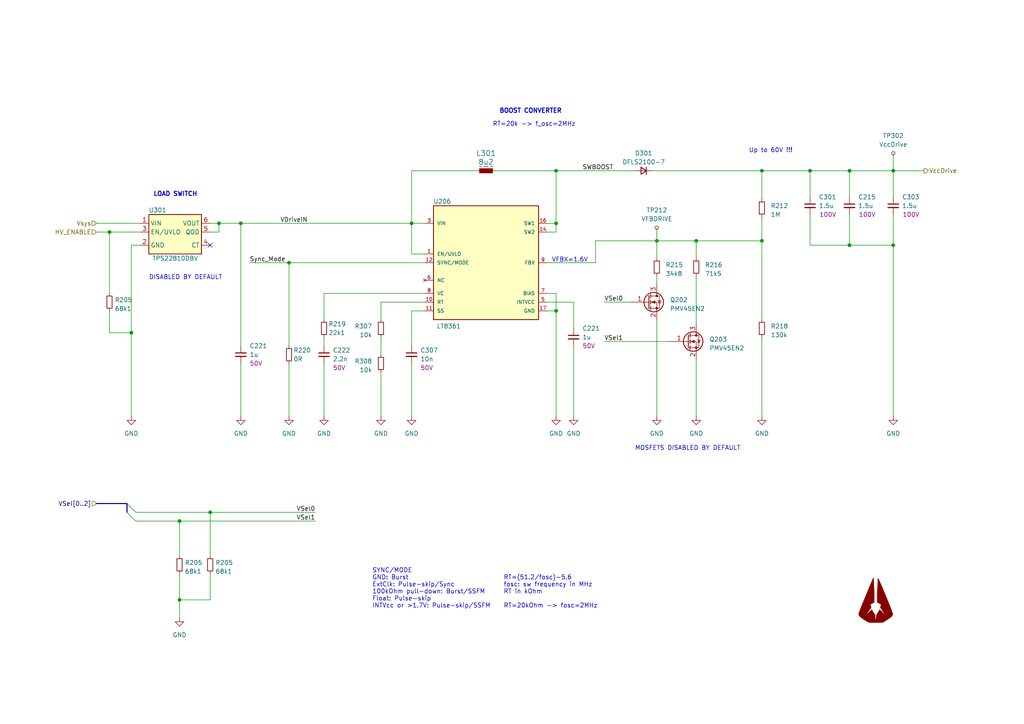
<source format=kicad_sch>
(kicad_sch (version 20230121) (generator eeschema)
  (paper "A4")
  (title_block (title "Velocity Sensor - Version 04") (date "2023-09-07") (rev "A") (company "Swiss Ocean Tech AG") (comment 1 "Designer: SNI, EVE"))
  (lib_symbols
    (symbol "Connector:TestPoint_Small" (pin_numbers hide) (pin_names (offset 0.762) hide)
      (property "Reference" "TP" (at 0 3.81 0))
      (property "Value" "TestPoint_Small" (at 0 2.032 0))
      (symbol "TestPoint_Small_0_1"
        (circle (center 0 0) (radius 0.508))
      )
      (symbol "TestPoint_Small_1_1"
        (pin passive line (at 0 0 90) (length 0) (name "1") (number "1"))
      )
    )
    (symbol "Device:C_Small" (pin_numbers hide) (pin_names (offset 0.254) hide)
      (property "Reference" "C" (at 0.254 1.778 0))
      (property "Value" "C_Small" (at 0.254 -2.032 0))
      (symbol "C_Small_0_1"
        (polyline (pts (xy -1.524 -0.508) (xy 1.524 -0.508)) (stroke (width 0.3302)))
        (polyline (pts (xy -1.524 0.508) (xy 1.524 0.508)) (stroke (width 0.3048)))
      )
      (symbol "C_Small_1_1"
        (pin passive line (at 0 2.54 270) (length 2.032) (name "~") (number "1"))
        (pin passive line (at 0 -2.54 90) (length 2.032) (name "~") (number "2"))
      )
    )
    (symbol "Device:D_Small" (pin_numbers hide) (pin_names (offset 0.254) hide)
      (property "Reference" "D" (at -1.27 2.032 0))
      (property "Value" "D_Small" (at -3.81 -2.032 0))
      (symbol "D_Small_0_1"
        (polyline (pts (xy -0.762 -1.016) (xy -0.762 1.016)) (stroke (width 0.254)))
        (polyline (pts (xy -0.762 0) (xy 0.762 0)))
        (polyline (pts (xy 0.762 -1.016) (xy -0.762 0) (xy 0.762 1.016) (xy 0.762 -1.016)) (stroke (width 0.254)))
      )
      (symbol "D_Small_1_1"
        (pin passive line (at -2.54 0 0) (length 1.778) (name "K") (number "1"))
        (pin passive line (at 2.54 0 180) (length 1.778) (name "A") (number "2"))
      )
    )
    (symbol "Device:R_Small" (pin_numbers hide) (pin_names (offset 0.254) hide)
      (property "Reference" "R" (at 0.762 0.508 0))
      (property "Value" "R_Small" (at 0.762 -1.016 0))
      (symbol "R_Small_0_1"
        (rectangle (start -0.762 1.778) (end 0.762 -1.778) (stroke (width 0.2032)))
      )
      (symbol "R_Small_1_1"
        (pin passive line (at 0 2.54 270) (length 0.762) (name "~") (number "1"))
        (pin passive line (at 0 -2.54 90) (length 0.762) (name "~") (number "2"))
      )
    )
    (symbol "SOC_Inductors:IHLP2525CZER8R2M01" (pin_numbers hide) (pin_names (offset 0.254))
      (property "Reference" "L" (at 0.127 2.794 0))
      (property "Value" "8u2" (at 0 -2.54 0))
      (symbol "IHLP2525CZER8R2M01_1_1"
        (rectangle (start -1.905 0.635) (end 1.905 -0.635) (fill (type outline)))
        (polyline (pts (xy -1.905 1.27) (xy -1.27 1.27)))
        (polyline (pts (xy -0.635 1.27) (xy 0.635 1.27)))
        (polyline (pts (xy 1.27 1.27) (xy 1.905 1.27)))
        (pin input line (at -2.54 0 0) (length 0.508) (name "~") (number "1"))
        (pin passive line (at 2.54 0 180) (length 0.508) (name "~") (number "2"))
      )
      (symbol "IHLP2525CZER8R2M01_1_2"
        (arc (start -1.27 5.08) (mid -2.5345 3.81) (end -1.27 2.54) (stroke (width 0.254)))
        (arc (start -1.27 7.62) (mid -2.5345 6.35) (end -1.27 5.08) (stroke (width 0.254)))
        (arc (start -1.27 10.16) (mid -2.5345 8.89) (end -1.27 7.62) (stroke (width 0.254)))
        (arc (start -1.27 12.7) (mid -2.5345 11.43) (end -1.27 10.16) (stroke (width 0.254)))
        (polyline (pts (xy 0 2.54) (xy -1.27 2.54)) (stroke (width 0.2032)))
        (polyline (pts (xy 0 5.08) (xy -1.27 5.08)) (stroke (width 0.2032)))
        (polyline (pts (xy 0 7.62) (xy -1.27 7.62)) (stroke (width 0.2032)))
        (polyline (pts (xy 0 10.16) (xy -1.27 10.16)) (stroke (width 0.2032)))
        (polyline (pts (xy 0 12.7) (xy -1.27 12.7)) (stroke (width 0.2032)))
        (pin unspecified line (at 0 15.24 270) (length 2.54) (name "1") (number "1"))
        (pin unspecified line (at 0 0 90) (length 2.54) (name "2") (number "2"))
      )
    )
    (symbol "SOC_Logo:LOGO_AGU" (pin_names (offset 1.016))
      (symbol "LOGO_AGU_0_0"
        (polyline (pts (xy 0.0878 -6.5817) (xy 2.0806 -6.5616) (xy 3.3428 -5.7571) (xy 3.7441 -5.4975) (xy 4.1782 -5.1993) (xy 4.4948 -4.9505) (xy 4.7116 -4.7326) (xy 4.8463 -4.5267) (xy 4.9169 -4.3143) (xy 4.9409 -4.0766) (xy 4.9154 -3.9495) (xy 4.8325 -3.6865) (xy 4.6982 -3.3067) (xy 4.5188 -2.8254) (xy 4.3007 -2.2577) (xy 4.05 -1.619) (xy 3.7733 -0.9245) (xy 3.4766 -0.1893) (xy 3.1665 0.5711) (xy 2.8491 1.3417) (xy 2.5308 2.1072) (xy 2.2179 2.8523) (xy 1.9167 3.5617) (xy 1.6335 4.2204) (xy 1.3746 4.8129) (xy 1.1463 5.3242) (xy 0.9549 5.7389) (xy 0.8068 6.0417) (xy 0.7083 6.2176) (xy 0.6655 6.2512) (xy 0.6594 6.2245) (xy 0.6355 6.0296) (xy 0.609 5.6969) (xy 0.5808 5.2509) (xy 0.552 4.7161) (xy 0.5238 4.117) (xy 0.497 3.4782) (xy 0.4728 2.8243) (xy 0.4522 2.1797) (xy 0.4363 1.569) (xy 0.4261 1.0167) (xy 0.4226 0.5474) (xy 0.4233 -0.7256) (xy 0.9737 -0.997) (xy 1.0044 -1.0123) (xy 1.2673 -1.1558) (xy 1.4534 -1.2798) (xy 1.524 -1.3587) (xy 1.52 -1.3999) (xy 1.486 -1.5814) (xy 1.4284 -1.8285) (xy 1.3328 -2.2081) (xy 2.069 -3.3265) (xy 2.8051 -4.445) (xy 1.9857 -3.6149) (xy 1.8886 -3.5169) (xy 1.6022 -3.2321) (xy 1.368 -3.0054) (xy 1.2078 -2.8578) (xy 1.1438 -2.8106) (xy 1.1291 -2.8341) (xy 1.0553 -2.9712) (xy 0.9465 -3.1834) (xy 0.8709 -3.3218) (xy 0.6802 -3.628) (xy 0.4746 -3.9194) (xy 0.4606 -3.9379) (xy 0.328 -4.1239) (xy 0.241 -4.2924) (xy 0.1861 -4.4902) (xy 0.1499 -4.7638) (xy 0.1191 -5.1598) (xy 0.0991 -5.4109) (xy 0.0656 -5.7207) (xy 0.0311 -5.9327) (xy 0.0006 -6.0113) (xy -0.0192 -5.9745) (xy -0.0524 -5.8018) (xy -0.0859 -5.52) (xy -0.1147 -5.1648) (xy -0.1178 -5.1177) (xy -0.1471 -4.7382) (xy -0.1835 -4.476) (xy -0.2406 -4.2844) (xy -0.3319 -4.1161) (xy -0.4709 -3.9244) (xy -0.5847 -3.7681) (xy -0.7898 -3.4569) (xy -0.9465 -3.1834) (xy -1 -3.0781) (xy -1.0944 -2.8962) (xy -1.1401 -2.8143) (xy -1.1482 -2.8175) (xy -1.244 -2.8995) (xy -1.4299 -3.0744) (xy -1.6837 -3.3211) (xy -1.9833 -3.6186) (xy -2.8079 -4.445) (xy -2.0704 -3.3265) (xy -1.3329 -2.2081) (xy -1.4284 -1.8285) (xy -1.4555 -1.7172) (xy -1.5046 -1.4903) (xy -1.524 -1.3587) (xy -1.5232 -1.3532) (xy -1.4385 -1.2683) (xy -1.2425 -1.1411) (xy -0.9737 -0.997) (xy -0.4233 -0.7256) (xy -0.422 0.5474) (xy -0.4224 0.7045) (xy -0.4282 1.1676) (xy -0.4401 1.708) (xy -0.457 2.3034) (xy -0.478 2.9313) (xy -0.5022 3.5693) (xy -0.5285 4.195) (xy -0.556 4.7859) (xy -0.5837 5.3197) (xy -0.6106 5.7739) (xy -0.6359 6.1261) (xy -0.6584 6.3538) (xy -0.6772 6.4347) (xy -0.6851 6.4237) (xy -0.748 6.2919) (xy -0.8679 6.0213) (xy -1.0392 5.6251) (xy -1.2564 5.1162) (xy -1.5139 4.5075) (xy -1.8064 3.8121) (xy -2.1282 3.043) (xy -2.4739 2.213) (xy -2.838 1.3353) (xy -3.0126 0.9132) (xy -3.4507 -0.1505) (xy -3.8259 -1.0691) (xy -4.1412 -1.8502) (xy -4.3995 -2.5015) (xy -4.6039 -3.0306) (xy -4.7572 -3.4451) (xy -4.8625 -3.7527) (xy -4.9228 -3.9611) (xy -4.9409 -4.0779) (xy -4.9399 -4.1077) (xy -4.9062 -4.3573) (xy -4.8153 -4.583) (xy -4.6487 -4.8055) (xy -4.3879 -5.0452) (xy -4.0142 -5.3226) (xy -3.5091 -5.6582) (xy -3.3266 -5.7751) (xy -2.9347 -6.0221) (xy -2.588 -6.2356) (xy -2.3187 -6.3957) (xy -2.159 -6.4828) (xy -2.1376 -6.4921) (xy -2.0042 -6.5296) (xy -1.8028 -6.5568) (xy -1.5131 -6.5748) (xy -1.115 -6.5843) (xy -0.5881 -6.5863) (xy 0.0878 -6.5817)) (stroke (width 0.01)) (fill (type outline)))
      )
    )
    (symbol "SOC_Misc:PMV45EN2" (pin_names (offset 0) hide)
      (property "Reference" "Q" (at 5.08 1.905 0))
      (property "Value" "PMV45EN2" (at 5.08 0 0))
      (symbol "PMV45EN2_0_1"
        (polyline (pts (xy 0.762 -1.778) (xy 2.54 -1.778)))
        (polyline (pts (xy 0.762 -1.27) (xy 0.762 -2.286)) (stroke (width 0.254)))
        (polyline (pts (xy 0.762 0) (xy 2.54 0)))
        (polyline (pts (xy 0.762 0.508) (xy 0.762 -0.508)) (stroke (width 0.254)))
        (polyline (pts (xy 0.762 1.778) (xy 2.54 1.778)))
        (polyline (pts (xy 0.762 2.286) (xy 0.762 1.27)) (stroke (width 0.254)))
        (polyline (pts (xy 2.54 -1.778) (xy 2.54 -2.54)))
        (polyline (pts (xy 2.54 -1.778) (xy 2.54 0)))
        (polyline (pts (xy 2.54 2.54) (xy 2.54 1.778)))
        (polyline (pts (xy 0.254 1.905) (xy 0.254 -1.905) (xy 0.254 -1.905)) (stroke (width 0.254)))
        (polyline (pts (xy 1.016 0) (xy 2.032 0.381) (xy 2.032 -0.381) (xy 1.016 0)) (fill (type outline)))
        (polyline (pts (xy 2.54 -1.778) (xy 3.302 -1.778) (xy 3.302 1.778) (xy 2.54 1.778)))
        (polyline (pts (xy 2.794 0.508) (xy 2.921 0.381) (xy 3.683 0.381) (xy 3.81 0.254)))
        (polyline (pts (xy 3.302 0.381) (xy 2.921 -0.254) (xy 3.683 -0.254) (xy 3.302 0.381)))
        (circle (center 1.651 0) (radius 2.8194) (stroke (width 0.254)))
        (circle (center 2.54 -1.778) (radius 0.2794) (fill (type outline)))
        (circle (center 2.54 1.778) (radius 0.2794) (fill (type outline)))
      )
      (symbol "PMV45EN2_1_1"
        (pin input line (at -5.08 0 0) (length 5.334) (name "G") (number "1"))
        (pin passive line (at 2.54 -5.08 90) (length 2.54) (name "S") (number "2"))
        (pin passive line (at 2.54 5.08 270) (length 2.54) (name "D") (number "3"))
      )
    )
    (symbol "SOC_Power:LT8361" (pin_names (offset 1.016))
      (property "Reference" "U" (at -15.2478 17.1544 0))
      (property "Value" "LT8361" (at -15.24 -19.05 0))
      (symbol "LT8361_1_0"
        (rectangle (start -15.24 16.51) (end 15.24 -16.51) (stroke (width 0.254)) (fill (type background)))
        (pin input line (at -17.78 2.54 0) (length 2.54) (name "EN/UVLO") (number "1"))
        (pin passive line (at -17.78 -11.43 0) (length 2.54) (name "RT") (number "10"))
        (pin passive line (at -17.78 -13.97 0) (length 2.54) (name "SS") (number "11"))
        (pin input line (at -17.78 0 0) (length 2.54) (name "SYNC/MODE") (number "12"))
        (pin output line (at 17.78 8.89 180) (length 2.54) (name "SW2") (number "14"))
        (pin output line (at 17.78 11.43 180) (length 2.54) (name "SW1") (number "16"))
        (pin power_in line (at 17.78 -13.97 180) (length 2.54) (name "GND") (number "17"))
        (pin input line (at -17.78 11.43 0) (length 2.54) (name "VIN") (number "3"))
        (pin passive line (at 17.78 -11.43 180) (length 2.54) (name "INTVCC") (number "5"))
        (pin input line (at 17.78 -8.89 180) (length 2.54) (name "BIAS") (number "7"))
        (pin passive line (at -17.78 -8.89 0) (length 2.54) (name "VC") (number "8"))
        (pin input line (at 17.78 0 180) (length 2.54) (name "FBX") (number "9"))
      )
      (symbol "LT8361_1_1"
        (pin no_connect line (at -17.78 -5.08 0) (length 2.54) (name "NC") (number "6"))
      )
    )
    (symbol "SOC_Power:TPS22810DBV"
      (property "Reference" "U" (at -6.35 6.35 0))
      (property "Value" "TPS22810DBV" (at -1.27 -7.62 0))
      (symbol "TPS22810DBV_1_1"
        (rectangle (start -7.62 5.08) (end 7.62 -6.35) (stroke (width 0.254)) (fill (type background)))
        (pin power_in line (at -10.16 2.54 0) (length 2.54) (name "VIN") (number "1"))
        (pin power_in line (at -10.16 -3.81 0) (length 2.54) (name "GND") (number "2"))
        (pin input line (at -10.16 0 0) (length 2.54) (name "EN/UVLO") (number "3"))
        (pin output line (at 10.16 -3.81 180) (length 2.54) (name "CT") (number "4"))
        (pin open_collector line (at 10.16 0 180) (length 2.54) (name "QOD") (number "5"))
        (pin power_out line (at 10.16 2.54 180) (length 2.54) (name "VOUT") (number "6"))
      )
    )
    (symbol "power:GND" (power) (pin_names (offset 0))
      (property "Value" "GND" (at 0 -3.81 0))
      (symbol "GND_0_1"
        (polyline (pts (xy 0 0) (xy 0 -1.27) (xy 1.27 -1.27) (xy 0 -2.54) (xy -1.27 -1.27) (xy 0 -1.27)))
      )
      (symbol "GND_1_1"
        (pin power_in line (at 0 0 270) (length 0) hide (name "GND") (number "1"))
      )
    )
  )
  (junction (at 259.08 71.12))
  (junction (at 38.1 96.52))
  (junction (at 52.07 151.13))
  (junction (at 69.85 64.77))
  (junction (at 161.29 64.77))
  (junction (at 31.75 67.31))
  (junction (at 119.38 64.77))
  (junction (at 220.98 69.85))
  (junction (at 246.38 49.53))
  (junction (at 63.5 64.77))
  (junction (at 161.29 49.53))
  (junction (at 161.29 90.17))
  (junction (at 190.5 69.85))
  (junction (at 220.98 49.53))
  (junction (at 52.07 173.99))
  (junction (at 201.93 69.85))
  (junction (at 259.08 49.53))
  (junction (at 234.95 49.53))
  (junction (at 83.82 76.2))
  (junction (at 60.96 148.59))
  (junction (at 246.38 71.12))
  (no_connect (at 60.96 71.12))
  (bus_entry (at 36.83 146.05) (size 2.54 2.54))
  (bus_entry (at 36.83 148.59) (size 2.54 2.54))
  (wire (pts (xy 161.29 49.53) (xy 184.15 49.53)))
  (bus (pts (xy 27.94 146.05) (xy 36.83 146.05)))
  (wire (pts (xy 166.37 87.63) (xy 166.37 95.25)))
  (wire (pts (xy 31.75 67.31) (xy 31.75 85.09)))
  (wire (pts (xy 158.75 76.2) (xy 172.72 76.2)))
  (wire (pts (xy 39.37 151.13) (xy 52.07 151.13)))
  (wire (pts (xy 119.38 90.17) (xy 123.19 90.17)))
  (wire (pts (xy 190.5 92.71) (xy 190.5 120.65)))
  (wire (pts (xy 69.85 64.77) (xy 119.38 64.77)))
  (wire (pts (xy 161.29 85.09) (xy 161.29 90.17)))
  (wire (pts (xy 119.38 64.77) (xy 123.19 64.77)))
  (bus (pts (xy 36.83 146.05) (xy 36.83 148.59)))
  (wire (pts (xy 259.08 71.12) (xy 259.08 62.23)))
  (wire (pts (xy 161.29 49.53) (xy 161.29 64.77)))
  (wire (pts (xy 161.29 64.77) (xy 161.29 67.31)))
  (wire (pts (xy 119.38 105.41) (xy 119.38 120.65)))
  (wire (pts (xy 119.38 49.53) (xy 138.43 49.53)))
  (wire (pts (xy 190.5 69.85) (xy 190.5 66.04)))
  (wire (pts (xy 110.49 107.95) (xy 110.49 120.65)))
  (wire (pts (xy 234.95 71.12) (xy 234.95 62.23)))
  (wire (pts (xy 234.95 71.12) (xy 246.38 71.12)))
  (wire (pts (xy 39.37 148.59) (xy 60.96 148.59)))
  (wire (pts (xy 119.38 73.66) (xy 119.38 64.77)))
  (wire (pts (xy 52.07 151.13) (xy 91.44 151.13)))
  (wire (pts (xy 93.98 92.71) (xy 93.98 85.09)))
  (wire (pts (xy 190.5 80.01) (xy 190.5 82.55)))
  (wire (pts (xy 246.38 49.53) (xy 246.38 57.15)))
  (wire (pts (xy 27.94 64.77) (xy 40.64 64.77)))
  (wire (pts (xy 161.29 90.17) (xy 161.29 120.65)))
  (wire (pts (xy 60.96 148.59) (xy 60.96 161.29)))
  (wire (pts (xy 220.98 49.53) (xy 234.95 49.53)))
  (wire (pts (xy 189.23 49.53) (xy 220.98 49.53)))
  (wire (pts (xy 52.07 151.13) (xy 52.07 161.29)))
  (wire (pts (xy 72.39 76.2) (xy 83.82 76.2)))
  (wire (pts (xy 172.72 76.2) (xy 172.72 69.85)))
  (wire (pts (xy 83.82 76.2) (xy 83.82 100.33)))
  (wire (pts (xy 220.98 92.71) (xy 220.98 69.85)))
  (wire (pts (xy 175.26 87.63) (xy 182.88 87.63)))
  (wire (pts (xy 69.85 105.41) (xy 69.85 120.65)))
  (wire (pts (xy 220.98 62.865) (xy 220.98 69.85)))
  (wire (pts (xy 93.98 85.09) (xy 123.19 85.09)))
  (wire (pts (xy 60.96 166.37) (xy 60.96 173.99)))
  (wire (pts (xy 201.93 69.85) (xy 220.98 69.85)))
  (wire (pts (xy 201.93 104.14) (xy 201.93 120.65)))
  (wire (pts (xy 259.08 49.53) (xy 259.08 57.15)))
  (wire (pts (xy 93.98 105.41) (xy 93.98 120.65)))
  (wire (pts (xy 27.94 67.31) (xy 31.75 67.31)))
  (wire (pts (xy 69.85 64.77) (xy 69.85 100.33)))
  (wire (pts (xy 31.75 90.17) (xy 31.75 96.52)))
  (wire (pts (xy 190.5 69.85) (xy 201.93 69.85)))
  (wire (pts (xy 110.49 97.79) (xy 110.49 102.87)))
  (wire (pts (xy 234.95 49.53) (xy 234.95 57.15)))
  (wire (pts (xy 93.98 97.79) (xy 93.98 100.33)))
  (wire (pts (xy 166.37 100.33) (xy 166.37 120.65)))
  (wire (pts (xy 52.07 166.37) (xy 52.07 173.99)))
  (wire (pts (xy 83.82 76.2) (xy 123.19 76.2)))
  (wire (pts (xy 60.96 67.31) (xy 63.5 67.31)))
  (wire (pts (xy 60.96 148.59) (xy 91.44 148.59)))
  (wire (pts (xy 158.75 90.17) (xy 161.29 90.17)))
  (wire (pts (xy 63.5 64.77) (xy 60.96 64.77)))
  (wire (pts (xy 201.93 80.01) (xy 201.93 93.98)))
  (wire (pts (xy 172.72 69.85) (xy 190.5 69.85)))
  (wire (pts (xy 63.5 67.31) (xy 63.5 64.77)))
  (wire (pts (xy 110.49 87.63) (xy 123.19 87.63)))
  (wire (pts (xy 143.51 49.53) (xy 161.29 49.53)))
  (wire (pts (xy 110.49 87.63) (xy 110.49 92.71)))
  (wire (pts (xy 119.38 73.66) (xy 123.19 73.66)))
  (wire (pts (xy 246.38 49.53) (xy 259.08 49.53)))
  (wire (pts (xy 38.1 96.52) (xy 38.1 120.65)))
  (wire (pts (xy 158.75 64.77) (xy 161.29 64.77)))
  (wire (pts (xy 119.38 49.53) (xy 119.38 64.77)))
  (wire (pts (xy 31.75 96.52) (xy 38.1 96.52)))
  (wire (pts (xy 259.08 44.45) (xy 259.08 49.53)))
  (wire (pts (xy 259.08 71.12) (xy 259.08 120.65)))
  (wire (pts (xy 38.1 71.12) (xy 38.1 96.52)))
  (wire (pts (xy 190.5 69.85) (xy 190.5 74.93)))
  (wire (pts (xy 201.93 69.85) (xy 201.93 74.93)))
  (wire (pts (xy 52.07 173.99) (xy 52.07 179.07)))
  (wire (pts (xy 166.37 87.63) (xy 158.75 87.63)))
  (wire (pts (xy 175.26 99.06) (xy 194.31 99.06)))
  (wire (pts (xy 63.5 64.77) (xy 69.85 64.77)))
  (wire (pts (xy 52.07 173.99) (xy 60.96 173.99)))
  (wire (pts (xy 246.38 62.23) (xy 246.38 71.12)))
  (wire (pts (xy 259.08 49.53) (xy 267.97 49.53)))
  (wire (pts (xy 158.75 67.31) (xy 161.29 67.31)))
  (wire (pts (xy 31.75 67.31) (xy 40.64 67.31)))
  (wire (pts (xy 246.38 71.12) (xy 259.08 71.12)))
  (wire (pts (xy 220.98 49.53) (xy 220.98 57.785)))
  (wire (pts (xy 220.98 120.65) (xy 220.98 97.79)))
  (wire (pts (xy 119.38 100.33) (xy 119.38 90.17)))
  (wire (pts (xy 234.95 49.53) (xy 246.38 49.53)))
  (wire (pts (xy 158.75 85.09) (xy 161.29 85.09)))
  (wire (pts (xy 83.82 105.41) (xy 83.82 120.65)))
  (wire (pts (xy 38.1 71.12) (xy 40.64 71.12)))
  (text "RT=(51.2/fosc)-5.6\nfosc: sw frequency in MHz\nRT in kOhm\n\nRT=20kOhm -> fosc=2MHz" (at 146.05 176.53 0) (effects (font (size 1.27 1.27)) (justify left bottom)))
  (text "LOAD SWITCH" (at 44.45 57.15 0) (effects (font (size 1.27 1.27) (thickness 0.254) bold) (justify left bottom)))
  (text "DISABLED BY DEFAULT" (at 43.18 81.28 0) (effects (font (size 1.27 1.27)) (justify left bottom)))
  (text "Up to 60V !!!" (at 217.17 44.45 0) (effects (font (size 1.27 1.27)) (justify left bottom)))
  (text "SYNC/MODE\nGND: Burst\nExtClk: Pulse-skip/Sync\n100kOhm pull-down: Burst/SSFM\nFloat: Pulse-skip\nINTVcc or >1.7V: Pulse-skip/SSFM" (at 107.95 176.53 0) (effects (font (size 1.27 1.27)) (justify left bottom)))
  (text "MOSFETS DISABLED BY DEFAULT" (at 184.15 130.81 0) (effects (font (size 1.27 1.27)) (justify left bottom)))
  (text "RT=20k -> f_osc=2MHz\n" (at 142.875 36.83 0) (effects (font (size 1.27 1.27)) (justify left bottom)))
  (text "BOOST CONVERTER" (at 144.78 33.02 0) (effects (font (size 1.27 1.27) (thickness 0.254) bold) (justify left bottom)))
  (text "VFBX=1.6V" (at 160.02 76.2 0) (effects (font (size 1.27 1.27)) (justify left bottom)))
  (label "VDriveIN" (at 81.28 64.77 0))
  (label "VSel1" (at 175.26 99.06 0))
  (label "SWBOOST" (at 168.91 49.53 0))
  (label "VSel1" (at 91.44 151.13 180))
  (label "VSel0" (at 91.44 148.59 180))
  (label "VSel0" (at 175.26 87.63 0))
  (label "Sync_Mode" (at 72.39 76.2 0))
  (hierarchical_label "VccDrive" (shape output) (at 267.97 49.53 0))
  (hierarchical_label "HV_ENABLE" (shape input) (at 27.94 67.31 180))
  (hierarchical_label "Vsys" (shape input) (at 27.94 64.77 180))
  (hierarchical_label "VSel[0..2]" (shape input) (at 27.94 146.05 180))
  (symbol (lib_id "Device:R_Small") (at 93.98 95.25 0) (unit 1)
    (property "Reference" "R219" (at 95.25 93.98 0) (effects (justify left)))
    (property "Value" "22k1" (at 95.25 96.52 0) (effects (justify left)))
    (property "Footprint" "Resistor_SMD:R_0402_1005Metric" (effects hide))
    (property "MPN" "RC0402FR-0722K1L" (effects hide))
    (property "Digikey_PN" "311-22.1KLRCT-ND" (effects hide))
    (instances (project "poc_vsensor_v3_main" (path "" (reference "R219") (unit 1))) (project "pp1_vsensor_v4" (path "" (reference "R305") (unit 1))) (project "poc_vsensor_v3_interface" (path "" (reference "R807") (unit 1))))
  )
  (symbol (lib_id "power:GND") (at 38.1 120.65 0) (unit 1)
    (property "Reference" "#PWR0233" (effects hide))
    (property "Value" "GND" (at 38.1 125.73 0))
    (instances (project "poc_vsensor_v3_main" (path "" (reference "#PWR0233") (unit 1))) (project "pp1_vsensor_v4" (path "" (reference "#PWR0303") (unit 1))) (project "poc_vsensor_v3_interface" (path "" (reference "#PWR0803") (unit 1))))
  )
  (symbol (lib_id "power:GND") (at 166.37 120.65 0) (unit 1)
    (property "Reference" "#PWR0245" (effects hide))
    (property "Value" "GND" (at 166.37 125.73 0))
    (instances (project "poc_vsensor_v3_main" (path "" (reference "#PWR0245") (unit 1))) (project "pp1_vsensor_v4" (path "" (reference "#PWR0311") (unit 1))) (project "poc_vsensor_v3_interface" (path "" (reference "#PWR0811") (unit 1))))
  )
  (symbol (lib_id "SOC_Logo:LOGO_AGU") (at 254 173.99 0) (unit 1) (in_bom no)
    (property "Reference" "Logo301" (effects hide))
    (property "Value" "LOGO_AGU" (effects hide))
    (property "Footprint" "SOC_Logo:AGU_15mm" (effects hide))
  )
  (symbol (lib_id "power:GND") (at 190.5 120.65 0) (unit 1)
    (property "Reference" "#PWR0246" (effects hide))
    (property "Value" "GND" (at 190.5 125.73 0))
    (instances (project "poc_vsensor_v3_main" (path "" (reference "#PWR0246") (unit 1))) (project "pp1_vsensor_v4" (path "" (reference "#PWR0312") (unit 1))) (project "poc_vsensor_v3_interface" (path "" (reference "#PWR0812") (unit 1))))
  )
  (symbol (lib_id "SOC_Power:LT8361") (at 140.97 76.2 0) (unit 1)
    (property "Reference" "U206" (at 128.27 58.42 0))
    (property "Value" "LT8361" (at 130.175 94.615 0))
    (property "Footprint" "SOC_SMD:SOP50P490X110-17N" (effects hide))
    (property "Datasheet" "https://www.analog.com/media/en/technical-documentation/data-sheets/lt8361.pdf" (effects hide))
    (property "MANUFACTURER" "ANALOG DEVICES" (effects hide))
    (property "MPN" "LT8361HMSE#PBF" (effects hide))
    (property "Digikey_PN" "505-LT8361HMSE#PBF-ND" (effects hide))
    (instances (project "poc_vsensor_v3_main" (path "" (reference "U206") (unit 1))) (project "pp1_vsensor_v4" (path "" (reference "U302") (unit 1))) (project "poc_vsensor_v3_interface" (path "" (reference "U802") (unit 1))))
  )
  (symbol (lib_id "power:GND") (at 161.29 120.65 0) (unit 1)
    (property "Reference" "#PWR0244" (effects hide))
    (property "Value" "GND" (at 161.29 125.73 0))
    (instances (project "poc_vsensor_v3_main" (path "" (reference "#PWR0244") (unit 1))) (project "pp1_vsensor_v4" (path "" (reference "#PWR0310") (unit 1))) (project "poc_vsensor_v3_interface" (path "" (reference "#PWR0810") (unit 1))))
  )
  (symbol (lib_id "Device:R_Small") (at 220.98 95.25 0) (unit 1)
    (property "Reference" "R218" (at 223.52 94.615 0) (effects (justify left)))
    (property "Value" "130k" (at 223.52 97.155 0) (effects (justify left)))
    (property "Footprint" "Resistor_SMD:R_0402_1005Metric" (effects hide))
    (property "Datasheet" "https://www.yageo.com/upload/media/product/products/datasheet/rchip/PYu-RC_Group_51_RoHS_L_12.pdf" (effects hide))
    (property "MPN" "RC0402FR-07130KL" (effects hide))
    (property "Digikey_PN" "YAG2969CT-ND" (effects hide))
    (instances (project "poc_vsensor_v3_main" (path "" (reference "R218") (unit 1))) (project "pp1_vsensor_v4" (path "" (reference "R304") (unit 1))) (project "poc_vsensor_v3_interface" (path "" (reference "R806") (unit 1))))
  )
  (symbol (lib_id "Device:R_Small") (at 220.98 60.325 0) (unit 1)
    (property "Reference" "R212" (at 223.52 59.69 0) (effects (justify left)))
    (property "Value" "1M" (at 223.52 62.23 0) (effects (justify left)))
    (property "Footprint" "Resistor_SMD:R_0402_1005Metric" (effects hide))
    (property "Datasheet" "https://www.te.com/usa-en/product-6-2176337-1.datasheet.pdf" (effects hide))
    (property "MPN" "CRGCQ0402F1M0" (effects hide))
    (property "Digikey_PN" "A129663CT-ND" (effects hide))
    (instances (project "poc_vsensor_v3_main" (path "" (reference "R212") (unit 1))) (project "pp1_vsensor_v4" (path "" (reference "R301") (unit 1))) (project "poc_vsensor_v3_interface" (path "" (reference "R801") (unit 1))))
  )
  (symbol (lib_id "SOC_Misc:PMV45EN2") (at 199.39 99.06 0) (unit 1)
    (property "Reference" "Q203" (at 205.74 98.425 0) (effects (justify left)))
    (property "Value" "PMV45EN2" (at 205.74 100.965 0) (effects (justify left)))
    (property "Footprint" "Package_TO_SOT_SMD:SOT-23" (effects hide))
    (property "Datasheet" "https://assets.nexperia.com/documents/data-sheet/PMV45EN2.pdf" (effects hide))
    (property "MPN" "PMV45EN2R" (effects hide))
    (property "Mouser_PN" "771-PMV45EN2R" (effects hide))
    (property "Digikey_PN" "1727-2307-1-ND" (effects hide))
    (instances (project "poc_vsensor_v3_main" (path "" (reference "Q203") (unit 1))) (project "pp1_vsensor_v4" (path "" (reference "Q302") (unit 1))) (project "poc_vsensor_v3_interface" (path "" (reference "Q802") (unit 1))))
  )
  (symbol (lib_id "Device:C_Small") (at 234.95 59.69 0) (unit 1)
    (property "Reference" "C301" (at 237.49 57.15 0) (effects (justify left)))
    (property "Value" "1.5u" (at 237.49 59.69 0) (effects (justify left)))
    (property "Footprint" "Capacitor_SMD:C_1206_3216Metric" (effects hide))
    (property "MPN" "C3216X7S2A155K160AB" (effects hide))
    (property "Mouser_PN" "810-C3216X7S2A155K1B" (effects hide))
    (property "Voltage" "100V" (at 242.57 62.23 0) (effects (justify right)))
    (property "Class" "X7S" (effects hide))
    (property "Description" "1.5uF 1206 100V" (effects hide))
    (property "Digikey_PN" "445-14816-1-ND" (effects hide))
  )
  (symbol (lib_id "power:GND") (at 259.08 120.65 0) (unit 1)
    (property "Reference" "#PWR0238" (effects hide))
    (property "Value" "GND" (at 259.08 125.73 0))
    (instances (project "poc_vsensor_v3_main" (path "" (reference "#PWR0238") (unit 1))) (project "pp1_vsensor_v4" (path "" (reference "#PWR0304") (unit 1))) (project "poc_vsensor_v3_interface" (path "" (reference "#PWR0804") (unit 1))))
  )
  (symbol (lib_id "power:GND") (at 201.93 120.65 0) (unit 1)
    (property "Reference" "#PWR0247" (effects hide))
    (property "Value" "GND" (at 201.93 125.73 0))
    (instances (project "poc_vsensor_v3_main" (path "" (reference "#PWR0247") (unit 1))) (project "pp1_vsensor_v4" (path "" (reference "#PWR0313") (unit 1))) (project "poc_vsensor_v3_interface" (path "" (reference "#PWR0813") (unit 1))))
  )
  (symbol (lib_id "Device:R_Small") (at 110.49 105.41 0) (mirror x) (unit 1)
    (property "Reference" "R308" (at 107.95 104.775 0) (effects (justify right)))
    (property "Value" "10k" (at 107.95 107.315 0) (effects (justify right)))
    (property "Footprint" "Resistor_SMD:R_0402_1005Metric" (effects hide))
    (property "Datasheet" "https://mm.digikey.com/Volume0/opasdata/d220001/medias/docus/39/RC_Series_ds.pdf" (effects hide))
    (property "MPN" "RC1005F103CS" (effects hide))
    (property "Description" "RES SMD 10K OHM 1% 1/16W 0402" (effects hide))
    (property "Digikey_PN" "1276-3431-1-ND" (effects hide))
  )
  (symbol (lib_id "Device:C_Small") (at 246.38 59.69 0) (unit 1)
    (property "Reference" "C215" (at 248.92 57.15 0) (effects (justify left)))
    (property "Value" "1.5u" (at 248.92 59.69 0) (effects (justify left)))
    (property "Footprint" "Capacitor_SMD:C_1206_3216Metric" (effects hide))
    (property "MPN" "C3216X7S2A155K160AB" (effects hide))
    (property "Mouser_PN" "810-C3216X7S2A155K1B" (effects hide))
    (property "Voltage" "100V" (at 254 62.23 0) (effects (justify right)))
    (property "Class" "X7S" (effects hide))
    (property "Description" "1.5uF 1206 100V" (effects hide))
    (property "Digikey_PN" "445-14816-1-ND" (effects hide))
    (instances (project "poc_vsensor_v3_main" (path "" (reference "C215") (unit 1))) (project "pp1_vsensor_v4" (path "" (reference "C302") (unit 1))) (project "poc_vsensor_v3_interface" (path "" (reference "C802") (unit 1))))
  )
  (symbol (lib_id "Device:C_Small") (at 166.37 97.79 0) (unit 1)
    (property "Reference" "C221" (at 168.91 95.25 0) (effects (justify left)))
    (property "Value" "1u" (at 168.91 97.79 0) (effects (justify left)))
    (property "Footprint" "Capacitor_SMD:C_0402_1005Metric" (effects hide))
    (property "MPN" "UMK105CBJ105MV-F" (effects hide))
    (property "Description" "1uF 0402 50V" (effects hide))
    (property "CLASS" "X5R" (effects hide))
    (property "Voltage" "50V" (at 168.91 100.33 0) (effects (justify left)))
    (property "Digikey_PN" "587-6278-1-ND" (effects hide))
    (instances (project "poc_vsensor_v3_main" (path "" (reference "C221") (unit 1))) (project "pp1_vsensor_v4" (path "" (reference "C304") (unit 1))) (project "poc_vsensor_v3_interface" (path "" (reference "C805") (unit 1))))
  )
  (symbol (lib_id "Device:C_Small") (at 93.98 102.87 0) (unit 1)
    (property "Reference" "C222" (at 96.52 101.6 0) (effects (justify left)))
    (property "Value" "2.2n" (at 96.52 104.14 0) (effects (justify left)))
    (property "Footprint" "Capacitor_SMD:C_0402_1005Metric" (effects hide))
    (property "MPN" "C0402C222J5RAC7867" (effects hide))
    (property "Class" "X7R" (effects hide))
    (property "Description" "2.2nF 0402 50V" (effects hide))
    (property "Voltage" "50V" (at 96.52 106.68 0) (effects (justify left)))
    (property "Digikey_PN" "399-C0402C222J5RAC7867CT-ND" (effects hide))
    (instances (project "poc_vsensor_v3_main" (path "" (reference "C222") (unit 1))) (project "pp1_vsensor_v4" (path "" (reference "C306") (unit 1))) (project "poc_vsensor_v3_interface" (path "" (reference "C806") (unit 1))))
  )
  (symbol (lib_id "power:GND") (at 93.98 120.65 0) (unit 1)
    (property "Reference" "#PWR0241" (effects hide))
    (property "Value" "GND" (at 93.98 125.73 0))
    (instances (project "poc_vsensor_v3_main" (path "" (reference "#PWR0241") (unit 1))) (project "pp1_vsensor_v4" (path "" (reference "#PWR0307") (unit 1))) (project "poc_vsensor_v3_interface" (path "" (reference "#PWR0807") (unit 1))))
  )
  (symbol (lib_id "Device:R_Small") (at 60.96 163.83 0) (unit 1)
    (property "Reference" "R205" (at 62.484 163.195 0) (effects (justify left)))
    (property "Value" "68k1" (at 62.484 165.735 0) (effects (justify left)))
    (property "Footprint" "Resistor_SMD:R_0402_1005Metric" (effects hide))
    (property "Datasheet" "https://www.yageo.com/upload/media/product/products/datasheet/rchip/PYu-RC_Group_51_RoHS_L_12.pdf" (effects hide))
    (property "MPN" "RC0402FR-0768K1L" (effects hide))
    (property "Digikey_PN" "YAG3213CT-ND" (effects hide))
    (instances (project "poc_vsensor_v3_main" (path "" (reference "R205") (unit 1))) (project "pp1_vsensor_v4" (path "" (reference "R310") (unit 1))) (project "poc_vsensor_v3_interface" (path "" (reference "R301") (unit 1))))
  )
  (symbol (lib_id "SOC_Misc:PMV45EN2") (at 187.96 87.63 0) (unit 1)
    (property "Reference" "Q202" (at 194.31 86.995 0) (effects (justify left)))
    (property "Value" "PMV45EN2" (at 194.31 89.535 0) (effects (justify left)))
    (property "Footprint" "Package_TO_SOT_SMD:SOT-23" (effects hide))
    (property "Datasheet" "https://assets.nexperia.com/documents/data-sheet/PMV45EN2.pdf" (effects hide))
    (property "MPN" "PMV45EN2R" (effects hide))
    (property "Mouser_PN" "771-PMV45EN2R" (effects hide))
    (property "Digikey_PN" "1727-2307-1-ND" (effects hide))
    (instances (project "poc_vsensor_v3_main" (path "" (reference "Q202") (unit 1))) (project "pp1_vsensor_v4" (path "" (reference "Q301") (unit 1))) (project "poc_vsensor_v3_interface" (path "" (reference "Q801") (unit 1))))
  )
  (symbol (lib_id "Device:R_Small") (at 110.49 95.25 0) (mirror x) (unit 1)
    (property "Reference" "R307" (at 107.95 94.615 0) (effects (justify right)))
    (property "Value" "10k" (at 107.95 97.155 0) (effects (justify right)))
    (property "Footprint" "Resistor_SMD:R_0402_1005Metric" (effects hide))
    (property "Datasheet" "https://mm.digikey.com/Volume0/opasdata/d220001/medias/docus/39/RC_Series_ds.pdf" (effects hide))
    (property "MPN" "RC1005F103CS" (effects hide))
    (property "Description" "RES SMD 10K OHM 1% 1/16W 0402" (effects hide))
    (property "Digikey_PN" "1276-3431-1-ND" (effects hide))
  )
  (symbol (lib_id "Device:C_Small") (at 259.08 59.69 0) (unit 1)
    (property "Reference" "C303" (at 261.62 57.15 0) (effects (justify left)))
    (property "Value" "1.5u" (at 261.62 59.69 0) (effects (justify left)))
    (property "Footprint" "Capacitor_SMD:C_1206_3216Metric" (effects hide))
    (property "MPN" "C3216X7S2A155K160AB" (effects hide))
    (property "Mouser_PN" "810-C3216X7S2A155K1B" (effects hide))
    (property "Voltage" "100V" (at 266.7 62.23 0) (effects (justify right)))
    (property "Class" "X7S" (effects hide))
    (property "Description" "1.5uF 1206 100V" (effects hide))
    (property "Digikey_PN" "445-14816-1-ND" (effects hide))
  )
  (symbol (lib_id "Device:R_Small") (at 83.82 102.87 0) (unit 1)
    (property "Reference" "R220" (at 85.09 101.6 0) (effects (justify left)))
    (property "Value" "0R" (at 85.09 104.14 0) (effects (justify left)))
    (property "Footprint" "Resistor_SMD:R_0402_1005Metric" (effects hide))
    (property "MPN" "RC0402JR-070RL" (effects hide))
    (property "Digikey_PN" "311-0.0JRCT-ND" (effects hide))
    (instances (project "poc_vsensor_v3_main" (path "" (reference "R220") (unit 1))) (project "pp1_vsensor_v4" (path "" (reference "R306") (unit 1))) (project "poc_vsensor_v3_interface" (path "" (reference "R808") (unit 1))))
  )
  (symbol (lib_id "Device:R_Small") (at 31.75 87.63 0) (unit 1)
    (property "Reference" "R205" (at 33.274 86.995 0) (effects (justify left)))
    (property "Value" "68k1" (at 33.274 89.535 0) (effects (justify left)))
    (property "Footprint" "Resistor_SMD:R_0402_1005Metric" (effects hide))
    (property "Datasheet" "https://www.yageo.com/upload/media/product/products/datasheet/rchip/PYu-RC_Group_51_RoHS_L_12.pdf" (effects hide))
    (property "MPN" "RC0402FR-0768K1L" (effects hide))
    (property "Digikey_PN" "YAG3213CT-ND" (effects hide))
    (instances (project "poc_vsensor_v3_main" (path "" (reference "R205") (unit 1))) (project "pp1_vsensor_v4" (path "" (reference "R311") (unit 1))) (project "poc_vsensor_v3_interface" (path "" (reference "R301") (unit 1))))
  )
  (symbol (lib_id "power:GND") (at 220.98 120.65 0) (unit 1)
    (property "Reference" "#PWR0249" (effects hide))
    (property "Value" "GND" (at 220.98 125.73 0))
    (instances (project "poc_vsensor_v3_main" (path "" (reference "#PWR0249") (unit 1))) (project "pp1_vsensor_v4" (path "" (reference "#PWR0314") (unit 1))) (project "poc_vsensor_v3_interface" (path "" (reference "#PWR0815") (unit 1))))
  )
  (symbol (lib_id "Connector:TestPoint_Small") (at 190.5 66.04 90) (unit 1) (in_bom no)
    (property "Reference" "TP212" (at 190.5 60.96 90))
    (property "Value" "VFBDRIVE" (at 190.5 63.5 90))
    (property "Footprint" "TestPoint:TestPoint_Pad_D1.0mm" (effects hide))
    (instances (project "poc_vsensor_v3_main" (path "" (reference "TP212") (unit 1))) (project "pp1_vsensor_v4" (path "" (reference "TP301") (unit 1))) (project "poc_vsensor_v3_interface" (path "" (reference "TP801") (unit 1))))
  )
  (symbol (lib_id "SOC_Power:TPS22810DBV") (at 50.8 67.31 0) (unit 1)
    (property "Reference" "U301" (at 45.72 60.96 0))
    (property "Value" "TPS22810DBV" (at 50.8 74.93 0))
    (property "Footprint" "SOC_SMD:SOT95P280X145-6N" (effects hide))
    (property "Datasheet" "http://www.ti.com/lit/ds/symlink/tps22810.pdf" (effects hide))
    (property "MPN" "TPS22810TDBVRQ1" (effects hide))
    (property "Digikey_PN" "296-50496-1-ND" (effects hide))
    (instances (project "pp1_vsensor_v4" (path "" (reference "U301") (unit 1))) (project "poc_vsensor_v3_interface" (path "" (reference "U801") (unit 1))))
  )
  (symbol (lib_id "power:GND") (at 119.38 120.65 0) (unit 1)
    (property "Reference" "#PWR0243" (effects hide))
    (property "Value" "GND" (at 119.38 125.73 0))
    (instances (project "poc_vsensor_v3_main" (path "" (reference "#PWR0243") (unit 1))) (project "pp1_vsensor_v4" (path "" (reference "#PWR0309") (unit 1))) (project "poc_vsensor_v3_interface" (path "" (reference "#PWR0809") (unit 1))))
  )
  (symbol (lib_id "Device:R_Small") (at 201.93 77.47 0) (unit 1)
    (property "Reference" "R216" (at 204.47 76.835 0) (effects (justify left)))
    (property "Value" "71k5" (at 204.47 79.375 0) (effects (justify left)))
    (property "Footprint" "Resistor_SMD:R_0402_1005Metric" (effects hide))
    (property "Datasheet" "https://www.yageo.com/upload/media/product/products/datasheet/rchip/PYu-RC_Group_51_RoHS_L_12.pdf" (effects hide))
    (property "MPN" "RC0402FR-0771K5L" (effects hide))
    (property "Digikey_PN" "YAG3222CT-ND" (effects hide))
    (instances (project "poc_vsensor_v3_main" (path "" (reference "R216") (unit 1))) (project "pp1_vsensor_v4" (path "" (reference "R303") (unit 1))) (project "poc_vsensor_v3_interface" (path "" (reference "R804") (unit 1))))
  )
  (symbol (lib_id "Device:C_Small") (at 69.85 102.87 0) (unit 1)
    (property "Reference" "C221" (at 72.39 100.33 0) (effects (justify left)))
    (property "Value" "1u" (at 72.39 102.87 0) (effects (justify left)))
    (property "Footprint" "Capacitor_SMD:C_0402_1005Metric" (effects hide))
    (property "MPN" "UMK105CBJ105MV-F" (effects hide))
    (property "Description" "1uF 0402 50V" (effects hide))
    (property "CLASS" "X5R" (effects hide))
    (property "Voltage" "50V" (at 72.39 105.41 0) (effects (justify left)))
    (property "Digikey_PN" "587-6278-1-ND" (effects hide))
    (instances (project "poc_vsensor_v3_main" (path "" (reference "C221") (unit 1))) (project "pp1_vsensor_v4" (path "" (reference "C305") (unit 1))) (project "poc_vsensor_v3_interface" (path "" (reference "C805") (unit 1))))
  )
  (symbol (lib_id "SOC_Inductors:IHLP2525CZER8R2M01") (at 140.97 49.53 0) (unit 1)
    (property "Reference" "L301" (at 140.97 44.45 0) (effects (font (size 1.524 1.524))))
    (property "Value" "8u2" (at 140.97 46.99 0) (effects (font (size 1.524 1.524))))
    (property "Footprint" "SOC_SMD:IND25X25CZ" (effects hide))
    (property "Datasheet" "https://www.vishay.com/docs/34104/ihlp-2525cz-01.pdf" (effects hide))
    (property "MPN" "IHLP2525CZER8R2M01" (effects hide))
    (property "Digikey_PN" "541-1012-1-ND" (effects hide))
  )
  (symbol (lib_id "power:GND") (at 52.07 179.07 0) (unit 1)
    (property "Reference" "#PWR0228" (effects hide))
    (property "Value" "GND" (at 52.07 184.15 0))
    (instances (project "poc_vsensor_v3_main" (path "" (reference "#PWR0228") (unit 1))) (project "pp1_vsensor_v4" (path "" (reference "#PWR0315") (unit 1))) (project "poc_vsensor_v3_interface" (path "" (reference "#PWR0816") (unit 1))))
  )
  (symbol (lib_id "power:GND") (at 69.85 120.65 0) (unit 1)
    (property "Reference" "#PWR0239" (effects hide))
    (property "Value" "GND" (at 69.85 125.73 0))
    (instances (project "poc_vsensor_v3_main" (path "" (reference "#PWR0239") (unit 1))) (project "pp1_vsensor_v4" (path "" (reference "#PWR0305") (unit 1))) (project "poc_vsensor_v3_interface" (path "" (reference "#PWR0805") (unit 1))))
  )
  (symbol (lib_id "power:GND") (at 83.82 120.65 0) (unit 1)
    (property "Reference" "#PWR0240" (effects hide))
    (property "Value" "GND" (at 83.82 125.73 0))
    (instances (project "poc_vsensor_v3_main" (path "" (reference "#PWR0240") (unit 1))) (project "pp1_vsensor_v4" (path "" (reference "#PWR0306") (unit 1))) (project "poc_vsensor_v3_interface" (path "" (reference "#PWR0806") (unit 1))))
  )
  (symbol (lib_id "Device:D_Small") (at 186.69 49.53 180) (unit 1)
    (property "Reference" "D301" (at 186.69 44.45 0))
    (property "Value" "DFLS2100-7" (at 186.69 46.99 0))
    (property "Footprint" "Diode_SMD:D_PowerDI-123" (effects hide))
    (property "Datasheet" "https://www.diodes.com/assets/Datasheets/DFLS2100.pdf" (effects hide))
    (property "MPN" "DFLS2100-7" (effects hide))
    (property "Mouser_PN" "621-DFLS2100-7" (effects hide))
    (property "Digikey_PN" "DFLS2100-7DICT-ND" (effects hide))
  )
  (symbol (lib_id "Device:R_Small") (at 52.07 163.83 0) (unit 1)
    (property "Reference" "R205" (at 53.594 163.195 0) (effects (justify left)))
    (property "Value" "68k1" (at 53.594 165.735 0) (effects (justify left)))
    (property "Footprint" "Resistor_SMD:R_0402_1005Metric" (effects hide))
    (property "Datasheet" "https://www.yageo.com/upload/media/product/products/datasheet/rchip/PYu-RC_Group_51_RoHS_L_12.pdf" (effects hide))
    (property "MPN" "RC0402FR-0768K1L" (effects hide))
    (property "Digikey_PN" "YAG3213CT-ND" (effects hide))
    (instances (project "poc_vsensor_v3_main" (path "" (reference "R205") (unit 1))) (project "pp1_vsensor_v4" (path "" (reference "R309") (unit 1))) (project "poc_vsensor_v3_interface" (path "" (reference "R301") (unit 1))))
  )
  (symbol (lib_id "Device:R_Small") (at 190.5 77.47 0) (unit 1)
    (property "Reference" "R215" (at 193.04 76.835 0) (effects (justify left)))
    (property "Value" "34k8" (at 193.04 79.375 0) (effects (justify left)))
    (property "Footprint" "Resistor_SMD:R_0402_1005Metric" (effects hide))
    (property "Datasheet" "https://www.seielect.com/catalog/sei-rmcf_rmcp.pdf" (effects hide))
    (property "MPN" "RMCF0402FT34K8" (effects hide))
    (property "Digikey_PN" "RMCF0402FT34K8CT-ND" (effects hide))
    (instances (project "poc_vsensor_v3_main" (path "" (reference "R215") (unit 1))) (project "pp1_vsensor_v4" (path "" (reference "R302") (unit 1))) (project "poc_vsensor_v3_interface" (path "" (reference "R803") (unit 1))))
  )
  (symbol (lib_id "Connector:TestPoint_Small") (at 259.08 44.45 90) (unit 1) (in_bom no)
    (property "Reference" "TP302" (at 259.08 39.37 90))
    (property "Value" "VccDrive" (at 259.08 41.91 90))
    (property "Footprint" "TestPoint:TestPoint_Pad_D1.0mm" (effects hide))
  )
  (symbol (lib_id "power:GND") (at 110.49 120.65 0) (unit 1)
    (property "Reference" "#PWR0242" (effects hide))
    (property "Value" "GND" (at 110.49 125.73 0))
    (instances (project "poc_vsensor_v3_main" (path "" (reference "#PWR0242") (unit 1))) (project "pp1_vsensor_v4" (path "" (reference "#PWR0308") (unit 1))) (project "poc_vsensor_v3_interface" (path "" (reference "#PWR0808") (unit 1))))
  )
  (symbol (lib_id "Device:C_Small") (at 119.38 102.87 0) (unit 1)
    (property "Reference" "C307" (at 121.92 101.6 0) (effects (justify left)))
    (property "Value" "10n" (at 121.92 104.14 0) (effects (justify left)))
    (property "Footprint" "Capacitor_SMD:C_0402_1005Metric" (effects hide))
    (property "Datasheet" "https://search.murata.co.jp/Ceramy/image/img/A01X/G101/ENG/GCM155R71H103KA55-01.pdf" (effects hide))
    (property "MPN" "GCM155R71H103KA55D" (effects hide))
    (property "Description" "10nF 0402 50V" (effects hide))
    (property "CLASS" "X7R" (effects hide))
    (property "Voltage" "50V" (at 121.92 106.68 0) (effects (justify left)))
    (property "Digikey_PN" "399-C0402C222J5RAC7867CT-ND" (effects hide))
    (instances (project "pp1_vsensor_v4" (path "" (reference "C307") (unit 1))) (project "poc_vsensor_v3_interface" (path "" (reference "C301") (unit 1))))
  )
)
</source>
